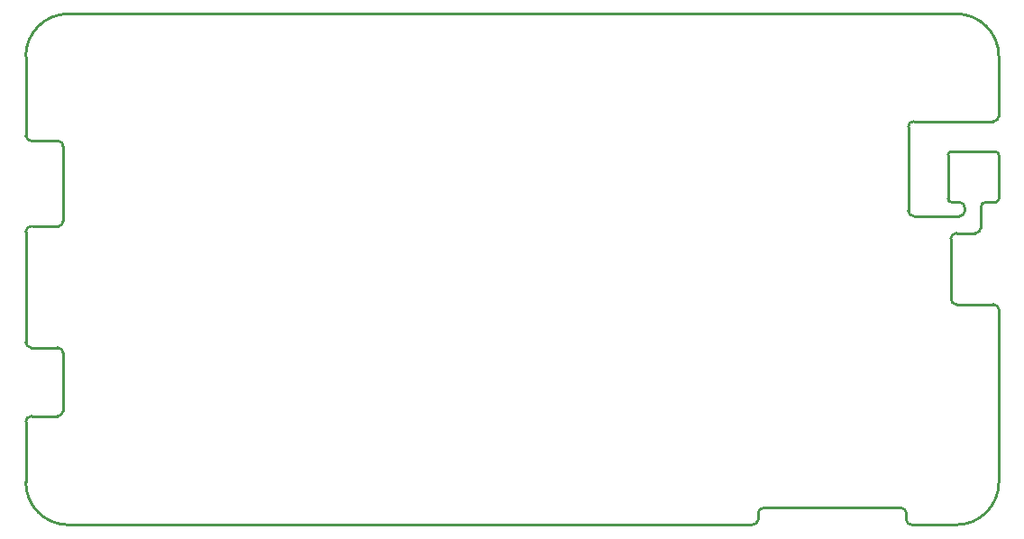
<source format=gko>
G04 Layer_Color=16711935*
%FSLAX25Y25*%
%MOIN*%
G70*
G01*
G75*
%ADD13C,0.01000*%
D13*
X342126Y83465D02*
G03*
X344094Y81496I1969J0D01*
G01*
X359842Y79521D02*
G03*
X357874Y81490I-1969J-0D01*
G01*
X0Y67552D02*
G03*
X1963Y65589I1963J0D01*
G01*
X-0Y143898D02*
G03*
X2362Y141929I2165J197D01*
G01*
Y110433D02*
G03*
X0Y108465I-197J-2165D01*
G01*
X12205Y110433D02*
G03*
X13780Y112402I-197J1772D01*
G01*
Y139961D02*
G03*
X12205Y141929I-1772J197D01*
G01*
X13780Y63500D02*
G03*
X11811Y65573I-2021J52D01*
G01*
X0Y15748D02*
G03*
X15748Y0I15748J0D01*
G01*
Y188976D02*
G03*
X0Y173228I0J-15748D01*
G01*
X344094Y0D02*
G03*
X359842Y15748I0J15748D01*
G01*
Y173228D02*
G03*
X344094Y188976I-15748J0D01*
G01*
X357874Y149213D02*
G03*
X359842Y151181I0J1969D01*
G01*
X328346Y149213D02*
G03*
X326378Y147244I0J-1969D01*
G01*
X344094Y107836D02*
G03*
X342126Y105905I-19J-1950D01*
G01*
X342233Y138002D02*
G03*
X341052Y136820I0J-1181D01*
G01*
X341048Y120500D02*
G03*
X342229Y119319I1181J0D01*
G01*
X358648Y119400D02*
G03*
X359829Y120581I0J1181D01*
G01*
X359842Y136820D02*
G03*
X358661Y138002I-1181J0D01*
G01*
X351181Y107836D02*
G03*
X353150Y109803I1J1968D01*
G01*
X347244Y117323D02*
G03*
X345276Y119300I-1973J4D01*
G01*
Y114134D02*
G03*
X347244Y116102I0J1969D01*
G01*
X326378D02*
G03*
X328346Y114134I1969J0D01*
G01*
X2073Y40157D02*
G03*
X0Y38189I-52J-2021D01*
G01*
X11811Y40157D02*
G03*
X13780Y42126I0J1969D01*
G01*
X355118Y119401D02*
G03*
X353150Y117323I55J-2023D01*
G01*
X325590Y4331D02*
G03*
X323622Y6299I-1969J0D01*
G01*
X325590Y1969D02*
G03*
X327559Y0I1969J0D01*
G01*
X268504D02*
G03*
X270866Y1969I197J2165D01*
G01*
X272835Y6299D02*
G03*
X270866Y4331I0J-1969D01*
G01*
X326378Y116102D02*
Y147244D01*
X327559Y0D02*
X344094D01*
X272835Y6299D02*
X323622D01*
X359842Y151181D02*
Y173228D01*
X342126Y83465D02*
Y105905D01*
X344094Y81496D02*
X357874D01*
X359842Y15748D02*
Y79528D01*
X15748Y0D02*
X268504D01*
X0Y15748D02*
Y38189D01*
X2362Y110433D02*
X12205D01*
X2362Y141929D02*
X12205D01*
X15748Y188976D02*
X344094D01*
X0Y143898D02*
Y173228D01*
X328346Y149213D02*
X357874D01*
X342233Y138002D02*
X358475D01*
X13780Y42126D02*
Y63606D01*
X1963Y65573D02*
X11811D01*
X0Y67552D02*
Y108465D01*
X13780Y112402D02*
Y139961D01*
X359842Y120600D02*
Y136820D01*
X341052Y120600D02*
Y136820D01*
X342421Y119300D02*
X345276D01*
X353150Y109803D02*
Y117323D01*
X347244Y116102D02*
Y117323D01*
X344094Y107836D02*
X351181D01*
X328346Y114134D02*
X345276D01*
X355118Y119401D02*
X358848D01*
X2073Y40157D02*
X11811D01*
X325590Y1969D02*
Y4331D01*
X270866Y1969D02*
Y4331D01*
M02*

</source>
